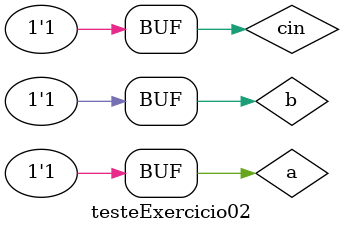
<source format=v>
module Exercicio02(cout, s, cin, a, b);
	output cout, s;
	input cin, a, b;
	wire t1, t2, t3;
	meiaSoma MS1 (t2, t1, a, b);
	meiaSoma MS2 (t3, s, t1, cin);
	or OR1 (cout, t3, t2);
endmodule

module meiaSoma(cout, s, a, b);
	output cout, s;
	input a, b;
	xor XOR1 (s, a, b);
	and AND1 (cout, a, b);
endmodule

module testeExercicio02;
	reg cin, a, b;
	wire cout, s;

	Exercicio02 FULLADDER(cout, s, cin, a, b);

	initial begin
		cin = 0;
		a = 0;
		b = 0;
	end

	initial begin

		$display("Exercicio 02 - Douglas Borges - 417889");
		$display("Circuito Somador Completo\n");

		#1 $display("  a + b + Cin  =  Cout Soma");
		#1 $monitor("  %b   %b    %b       %d    %d", a, b, cin, cout, s);

		#1 cin = 0; a = 0; b = 1;
		#1 cin = 0; a = 1; b = 0;
		#1 cin = 0; a = 1; b = 1;
		#1 cin = 1; a = 0; b = 0;
		#1 cin = 1; a = 0; b = 1;
		#1 cin = 1; a = 1; b = 0;
		#1 cin = 1; a = 1; b = 1;

	end

/*
Exercicio 02 - Douglas Borges - 417889
Circuito Somador Completo

  a + b + Cin  =  Cout Soma
  0   0    0       0    0
  0   1    0       0    1
  1   0    0       0    1
  1   1    0       1    0
  0   0    1       0    1
  0   1    1       1    0
  1   0    1       1    0
  1   1    1       1    1
*/

endmodule
</source>
